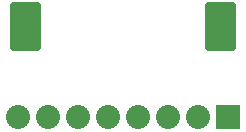
<source format=gbs>
G75*
G70*
%OFA0B0*%
%FSLAX24Y24*%
%IPPOS*%
%LPD*%
%AMOC8*
5,1,8,0,0,1.08239X$1,22.5*
%
%ADD10R,0.0800X0.0800*%
%ADD11C,0.0800*%
%ADD12C,0.0256*%
D10*
X007681Y001675D03*
D11*
X000681Y001675D03*
X001681Y001675D03*
X002681Y001675D03*
X003681Y001675D03*
X004681Y001675D03*
X005681Y001675D03*
X006681Y001675D03*
D12*
X007815Y003996D02*
X007815Y005354D01*
X007815Y003996D02*
X007047Y003996D01*
X007047Y005354D01*
X007815Y005354D01*
X007815Y004251D02*
X007047Y004251D01*
X007047Y004506D02*
X007815Y004506D01*
X007815Y004761D02*
X007047Y004761D01*
X007047Y005016D02*
X007815Y005016D01*
X007815Y005271D02*
X007047Y005271D01*
X000547Y005354D02*
X000547Y003996D01*
X000547Y005354D02*
X001315Y005354D01*
X001315Y003996D01*
X000547Y003996D01*
X000547Y004251D02*
X001315Y004251D01*
X001315Y004506D02*
X000547Y004506D01*
X000547Y004761D02*
X001315Y004761D01*
X001315Y005016D02*
X000547Y005016D01*
X000547Y005271D02*
X001315Y005271D01*
M02*

</source>
